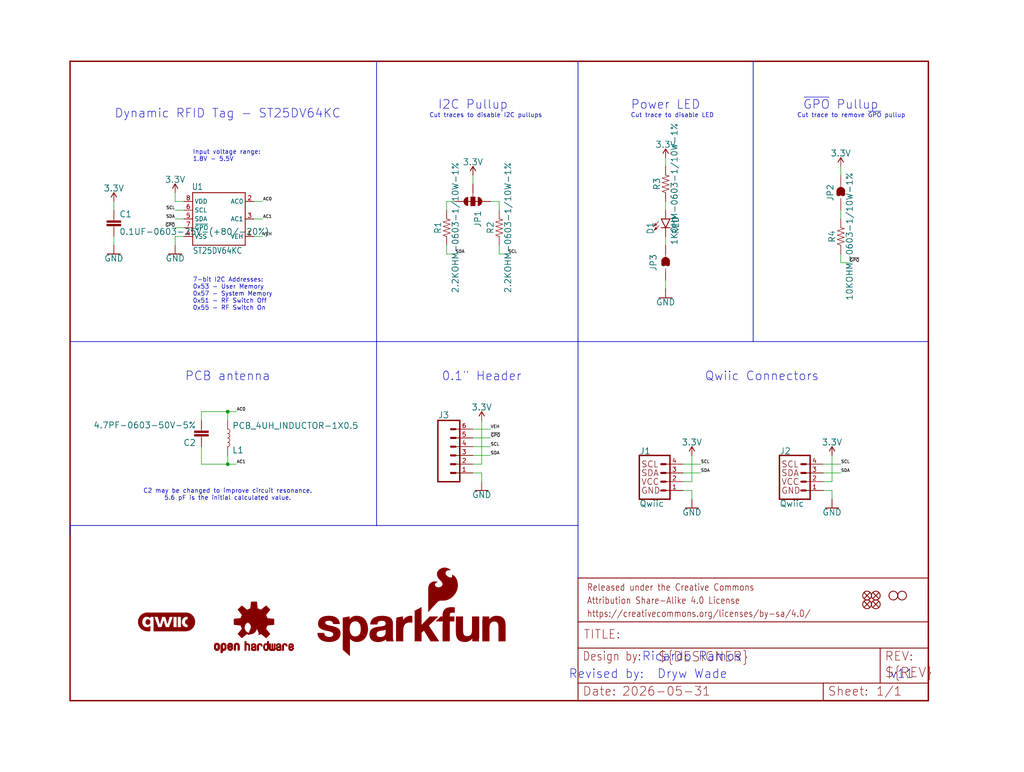
<source format=kicad_sch>
(kicad_sch (version 20230121) (generator eeschema)
  (paper "User" 297.002 223.926)
  (lib_symbols
    (symbol "Qwiic_RFID_Tag-eagle-import:0.1UF-0603-25V-(+80/-20%)"
      (property "Reference" "C" (at 1.524 2.921 0))
      (symbol "0.1UF-0603-25V-(+80/-20%)_1_0"
        (pin passive line (at 0 5.08 270) (length 2.54) (name "1") (number "1"))
        (pin passive line (at 0 -2.54 90) (length 2.54) (name "2") (number "2"))
      )
    )
    (symbol "Qwiic_RFID_Tag-eagle-import:10KOHM-0603-1/10W-1%"
      (property "Reference" "R" (at 0 1.524 0))
      (symbol "10KOHM-0603-1/10W-1%_1_0"
        (pin passive line (at -5.08 0 0) (length 2.54) (name "1") (number "1"))
        (pin passive line (at 5.08 0 180) (length 2.54) (name "2") (number "2"))
      )
    )
    (symbol "Qwiic_RFID_Tag-eagle-import:1KOHM-0603-1/10W-1%"
      (property "Reference" "R" (at 0 1.524 0))
      (symbol "1KOHM-0603-1/10W-1%_1_0"
        (pin passive line (at -5.08 0 0) (length 2.54) (name "1") (number "1"))
        (pin passive line (at 5.08 0 180) (length 2.54) (name "2") (number "2"))
      )
    )
    (symbol "Qwiic_RFID_Tag-eagle-import:2.2KOHM-0603-1/10W-1%"
      (property "Reference" "R" (at 0 1.524 0))
      (symbol "2.2KOHM-0603-1/10W-1%_1_0"
        (pin passive line (at -5.08 0 0) (length 2.54) (name "1") (number "1"))
        (pin passive line (at 5.08 0 180) (length 2.54) (name "2") (number "2"))
      )
    )
    (symbol "Qwiic_RFID_Tag-eagle-import:3.3V" (power)
      (property "Value" "3.3V" (at 0 2.794 0))
      (symbol "3.3V_1_0"
        (pin power_in line (at 0 0 90) (length 2.54) (name "3.3V") (number "1"))
      )
    )
    (symbol "Qwiic_RFID_Tag-eagle-import:4.7PF-0603-50V-5%"
      (property "Reference" "C" (at 1.524 2.921 0))
      (symbol "4.7PF-0603-50V-5%_1_0"
        (pin passive line (at 0 5.08 270) (length 2.54) (name "1") (number "1"))
        (pin passive line (at 0 -2.54 90) (length 2.54) (name "2") (number "2"))
      )
    )
    (symbol "Qwiic_RFID_Tag-eagle-import:CONN_06NO_SILK_FEMALE_PTH"
      (property "Reference" "J" (at -5.08 10.668 0))
      (symbol "CONN_06NO_SILK_FEMALE_PTH_1_0"
        (pin passive line (at 5.08 -5.08 180) (length 5.08) (name "1") (number "1"))
        (pin passive line (at 5.08 -2.54 180) (length 5.08) (name "2") (number "2"))
        (pin passive line (at 5.08 0 180) (length 5.08) (name "3") (number "3"))
        (pin passive line (at 5.08 2.54 180) (length 5.08) (name "4") (number "4"))
        (pin passive line (at 5.08 5.08 180) (length 5.08) (name "5") (number "5"))
        (pin passive line (at 5.08 7.62 180) (length 5.08) (name "6") (number "6"))
      )
    )
    (symbol "Qwiic_RFID_Tag-eagle-import:FIDUCIAL1X2")
    (symbol "Qwiic_RFID_Tag-eagle-import:FRAME-LETTER"
      (symbol "FRAME-LETTER_2_0"
        (text "${#}/${##}" (at 86.36 1.27 0) (effects (font (size 2.54 2.54)) (justify left bottom)))
        (text "${CURRENT_DATE}" (at 12.7 1.27 0) (effects (font (size 2.54 2.54)) (justify left bottom)))
        (text "${DESIGNER}" (at 23.114 11.176 0) (effects (font (size 2.7432 2.7432)) (justify left bottom)))
        (text "${PROJECTNAME}" (at 15.494 17.78 0) (effects (font (size 2.7432 2.7432)) (justify left bottom)))
        (text "${REV}" (at 88.9 6.604 0) (effects (font (size 2.7432 2.7432)) (justify left bottom)))
        (text "Attribution Share-Alike 4.0 License" (at 2.54 27.94 0) (effects (font (size 1.9304 1.6408)) (justify left bottom)))
        (text "Date:" (at 1.27 1.27 0) (effects (font (size 2.54 2.54)) (justify left bottom)))
        (text "Design by:" (at 1.27 11.43 0) (effects (font (size 2.54 2.159)) (justify left bottom)))
        (text "https://creativecommons.org/licenses/by-sa/4.0/" (at 2.54 24.13 0) (effects (font (size 1.9304 1.6408)) (justify left bottom)))
        (text "Released under the Creative Commons" (at 2.54 31.75 0) (effects (font (size 1.9304 1.6408)) (justify left bottom)))
        (text "REV:" (at 88.9 11.43 0) (effects (font (size 2.54 2.54)) (justify left bottom)))
        (text "Sheet:" (at 72.39 1.27 0) (effects (font (size 2.54 2.54)) (justify left bottom)))
        (text "TITLE:" (at 1.524 17.78 0) (effects (font (size 2.54 2.54)) (justify left bottom)))
      )
    )
    (symbol "Qwiic_RFID_Tag-eagle-import:GND" (power)
      (property "Value" "GND" (at 0 -0.254 0))
      (symbol "GND_1_0"
        (pin power_in line (at 0 2.54 270) (length 2.54) (name "GND") (number "1"))
      )
    )
    (symbol "Qwiic_RFID_Tag-eagle-import:JUMPER-SMT_2_NC_TRACE_SILK"
      (property "Reference" "JP" (at 0 3.048 0))
      (symbol "JUMPER-SMT_2_NC_TRACE_SILK_1_0"
        (pin passive line (at -5.08 0 0) (length 2.54) (name "1") (number "1"))
        (pin passive line (at 5.08 0 180) (length 2.54) (name "2") (number "2"))
      )
    )
    (symbol "Qwiic_RFID_Tag-eagle-import:JUMPER-SMT_3_2-NC_TRACE_SILK"
      (property "Reference" "JP" (at 6.096 1.524 0))
      (symbol "JUMPER-SMT_3_2-NC_TRACE_SILK_1_0"
        (pin passive line (at 0 5.08 270) (length 2.54) (name "1") (number "1"))
        (pin passive line (at -5.08 0 0) (length 2.54) (name "2") (number "2"))
        (pin passive line (at 0 -5.08 90) (length 2.54) (name "3") (number "3"))
      )
    )
    (symbol "Qwiic_RFID_Tag-eagle-import:LED-RED0603"
      (property "Reference" "D" (at -3.429 -4.572 90))
      (symbol "LED-RED0603_1_0"
        (pin passive line (at 0 2.54 270) (length 2.54) (name "A") (number "A"))
        (pin passive line (at 0 -5.08 90) (length 2.54) (name "C") (number "C"))
      )
    )
    (symbol "Qwiic_RFID_Tag-eagle-import:OSHW-LOGOS")
    (symbol "Qwiic_RFID_Tag-eagle-import:PCB_4UH_INDUCTOR-1X0.5"
      (property "Reference" "L" (at 1.27 2.54 0))
      (symbol "PCB_4UH_INDUCTOR-1X0.5_1_0"
        (pin passive line (at 0 5.08 270) (length 2.54) (name "1") (number "IN1"))
        (pin passive line (at 0 -5.08 90) (length 2.54) (name "2") (number "IN2"))
      )
    )
    (symbol "Qwiic_RFID_Tag-eagle-import:QWIIC_CONNECTORJS-1MM"
      (property "Reference" "J" (at -5.08 7.874 0))
      (symbol "QWIIC_CONNECTORJS-1MM_1_0"
        (text "GND" (at -4.572 -2.54 0) (effects (font (size 1.778 1.778)) (justify left)))
        (text "SCL" (at -4.572 5.08 0) (effects (font (size 1.778 1.778)) (justify left)))
        (text "SDA" (at -4.572 2.54 0) (effects (font (size 1.778 1.778)) (justify left)))
        (text "VCC" (at -4.572 0 0) (effects (font (size 1.778 1.778)) (justify left)))
        (pin power_in line (at 7.62 -2.54 180) (length 5.08) (name "1") (number "1"))
        (pin power_in line (at 7.62 0 180) (length 5.08) (name "2") (number "2"))
        (pin passive line (at 7.62 2.54 180) (length 5.08) (name "3") (number "3"))
        (pin passive line (at 7.62 5.08 180) (length 5.08) (name "4") (number "4"))
      )
    )
    (symbol "Qwiic_RFID_Tag-eagle-import:QWIIC_LOGO_7MM")
    (symbol "Qwiic_RFID_Tag-eagle-import:SFE_LOGO_NAME_FLAME.1_INCH")
    (symbol "Qwiic_RFID_Tag-eagle-import:ST25DV64KC"
      (property "Reference" "U" (at 0 16.51 0))
      (symbol "ST25DV64KC_1_0"
        (pin power_in line (at 17.78 2.54 180) (length 2.54) (name "VEH") (number "1"))
        (pin bidirectional line (at 17.78 12.7 180) (length 2.54) (name "AC0") (number "2"))
        (pin bidirectional line (at 17.78 7.62 180) (length 2.54) (name "AC1") (number "3"))
        (pin power_in line (at -2.54 2.54 0) (length 2.54) (name "VSS") (number "4"))
        (pin bidirectional line (at -2.54 7.62 0) (length 2.54) (name "SDA") (number "5"))
        (pin bidirectional line (at -2.54 10.16 0) (length 2.54) (name "SCL") (number "6"))
        (pin output line (at -2.54 5.08 0) (length 2.54) (name "~{GPO}") (number "7"))
        (pin power_in line (at -2.54 12.7 0) (length 2.54) (name "VDD") (number "8"))
      )
    )
    (symbol "Qwiic_RFID_Tag-eagle-import:STAND-OFF")
  )
  (junction (at 66.04 134.62))
  (junction (at 66.04 119.38))
  (wire (pts (xy 137.16 134.62) (xy 139.7 134.62)) (stroke (width 0.1524)))
  (wire (pts (xy 198.12 137.16) (xy 203.2 137.16)) (stroke (width 0.1524)))
  (polyline (pts (xy 218.44 99.06) (xy 269.24 99.06)) (stroke (width 0.2032) (type solid)))
  (wire (pts (xy 142.24 58.42) (xy 144.78 58.42)) (stroke (width 0.1524)))
  (wire (pts (xy 137.16 127) (xy 142.24 127)) (stroke (width 0.1524)))
  (wire (pts (xy 137.16 124.46) (xy 142.24 124.46)) (stroke (width 0.1524)))
  (wire (pts (xy 198.12 139.7) (xy 200.66 139.7)) (stroke (width 0.1524)))
  (wire (pts (xy 193.04 58.42) (xy 193.04 60.96)) (stroke (width 0.1524)))
  (wire (pts (xy 66.04 121.92) (xy 66.04 119.38)) (stroke (width 0.1524)))
  (wire (pts (xy 58.42 129.54) (xy 58.42 134.62)) (stroke (width 0.1524)))
  (wire (pts (xy 50.8 58.42) (xy 50.8 55.88)) (stroke (width 0.1524)))
  (polyline (pts (xy 109.22 99.06) (xy 218.44 99.06)) (stroke (width 0.2032) (type solid)))
  (wire (pts (xy 137.16 137.16) (xy 139.7 137.16)) (stroke (width 0.1524)))
  (wire (pts (xy 129.54 60.96) (xy 129.54 58.42)) (stroke (width 0.1524)))
  (wire (pts (xy 66.04 119.38) (xy 68.58 119.38)) (stroke (width 0.1524)))
  (polyline (pts (xy 167.64 152.4) (xy 167.64 167.64)) (stroke (width 0.2032) (type solid)))
  (polyline (pts (xy 20.32 99.06) (xy 109.22 99.06)) (stroke (width 0.2032) (type solid)))
  (wire (pts (xy 66.04 132.08) (xy 66.04 134.62)) (stroke (width 0.1524)))
  (wire (pts (xy 144.78 58.42) (xy 144.78 60.96)) (stroke (width 0.1524)))
  (wire (pts (xy 139.7 137.16) (xy 139.7 139.7)) (stroke (width 0.1524)))
  (wire (pts (xy 129.54 58.42) (xy 132.08 58.42)) (stroke (width 0.1524)))
  (wire (pts (xy 193.04 71.12) (xy 193.04 68.58)) (stroke (width 0.1524)))
  (wire (pts (xy 58.42 134.62) (xy 66.04 134.62)) (stroke (width 0.1524)))
  (wire (pts (xy 243.84 76.2) (xy 246.38 76.2)) (stroke (width 0.1524)))
  (wire (pts (xy 50.8 58.42) (xy 53.34 58.42)) (stroke (width 0.1524)))
  (polyline (pts (xy 20.32 152.4) (xy 109.22 152.4)) (stroke (width 0.2032) (type solid)))
  (wire (pts (xy 193.04 48.26) (xy 193.04 45.72)) (stroke (width 0.1524)))
  (wire (pts (xy 243.84 50.8) (xy 243.84 48.26)) (stroke (width 0.1524)))
  (wire (pts (xy 53.34 68.58) (xy 50.8 68.58)) (stroke (width 0.1524)))
  (wire (pts (xy 33.02 68.58) (xy 33.02 71.12)) (stroke (width 0.1524)))
  (wire (pts (xy 137.16 53.34) (xy 137.16 50.8)) (stroke (width 0.1524)))
  (wire (pts (xy 73.66 63.5) (xy 76.2 63.5)) (stroke (width 0.1524)))
  (wire (pts (xy 198.12 142.24) (xy 200.66 142.24)) (stroke (width 0.1524)))
  (wire (pts (xy 200.66 142.24) (xy 200.66 144.78)) (stroke (width 0.1524)))
  (wire (pts (xy 238.76 139.7) (xy 241.3 139.7)) (stroke (width 0.1524)))
  (wire (pts (xy 243.84 60.96) (xy 243.84 63.5)) (stroke (width 0.1524)))
  (wire (pts (xy 144.78 73.66) (xy 147.32 73.66)) (stroke (width 0.1524)))
  (wire (pts (xy 238.76 137.16) (xy 243.84 137.16)) (stroke (width 0.1524)))
  (wire (pts (xy 241.3 139.7) (xy 241.3 132.08)) (stroke (width 0.1524)))
  (wire (pts (xy 66.04 134.62) (xy 68.58 134.62)) (stroke (width 0.1524)))
  (wire (pts (xy 129.54 71.12) (xy 129.54 73.66)) (stroke (width 0.1524)))
  (wire (pts (xy 129.54 73.66) (xy 132.08 73.66)) (stroke (width 0.1524)))
  (wire (pts (xy 139.7 134.62) (xy 139.7 121.92)) (stroke (width 0.1524)))
  (wire (pts (xy 200.66 139.7) (xy 200.66 132.08)) (stroke (width 0.1524)))
  (wire (pts (xy 53.34 63.5) (xy 50.8 63.5)) (stroke (width 0.1524)))
  (wire (pts (xy 73.66 68.58) (xy 76.2 68.58)) (stroke (width 0.1524)))
  (wire (pts (xy 241.3 142.24) (xy 241.3 144.78)) (stroke (width 0.1524)))
  (polyline (pts (xy 218.44 99.06) (xy 218.44 17.78)) (stroke (width 0.2032) (type solid)))
  (wire (pts (xy 58.42 121.92) (xy 58.42 119.38)) (stroke (width 0.1524)))
  (wire (pts (xy 53.34 60.96) (xy 50.8 60.96)) (stroke (width 0.1524)))
  (polyline (pts (xy 109.22 99.06) (xy 109.22 152.4)) (stroke (width 0.2032) (type solid)))
  (polyline (pts (xy 167.64 17.78) (xy 167.64 152.4)) (stroke (width 0.2032) (type solid)))
  (wire (pts (xy 50.8 68.58) (xy 50.8 71.12)) (stroke (width 0.1524)))
  (wire (pts (xy 238.76 142.24) (xy 241.3 142.24)) (stroke (width 0.1524)))
  (wire (pts (xy 33.02 60.96) (xy 33.02 58.42)) (stroke (width 0.1524)))
  (wire (pts (xy 137.16 129.54) (xy 142.24 129.54)) (stroke (width 0.1524)))
  (wire (pts (xy 193.04 83.82) (xy 193.04 81.28)) (stroke (width 0.1524)))
  (wire (pts (xy 144.78 71.12) (xy 144.78 73.66)) (stroke (width 0.1524)))
  (polyline (pts (xy 109.22 99.06) (xy 109.22 17.78)) (stroke (width 0.2032) (type solid)))
  (wire (pts (xy 53.34 66.04) (xy 50.8 66.04)) (stroke (width 0.1524)))
  (wire (pts (xy 137.16 132.08) (xy 142.24 132.08)) (stroke (width 0.1524)))
  (polyline (pts (xy 109.22 152.4) (xy 167.64 152.4)) (stroke (width 0.2032) (type solid)))
  (wire (pts (xy 238.76 134.62) (xy 243.84 134.62)) (stroke (width 0.1524)))
  (wire (pts (xy 73.66 58.42) (xy 76.2 58.42)) (stroke (width 0.1524)))
  (wire (pts (xy 243.84 73.66) (xy 243.84 76.2)) (stroke (width 0.1524)))
  (wire (pts (xy 58.42 119.38) (xy 66.04 119.38)) (stroke (width 0.1524)))
  (polyline (pts (xy 20.32 154.94) (xy 20.32 152.4)) (stroke (width 0.2032) (type solid)))
  (wire (pts (xy 198.12 134.62) (xy 203.2 134.62)) (stroke (width 0.1524)))
  (text "v11" (at 261.62 195.58 0) (effects (font (size 2.54 2.54))))
  (text "I2C Pullup" (at 137.16 30.48 0) (effects (font (size 2.54 2.54))))
  (text "Cut traces to disable I2C pullups" (at 124.46 34.29 0) (effects (font (size 1.27 1.27)) (justify left bottom)))
  (text "Qwiic Connectors" (at 220.98 109.22 0) (effects (font (size 2.54 2.54))))
  (text "Ricardo Ramos" (at 200.66 190.5 0) (effects (font (size 2.54 2.54))))
  (text "7-bit I2C Addresses:\n0x53 - User Memory\n0x57 - System Memory\n0x51 - RF Switch Off\n0x55 - RF Switch On" (at 55.88 90.17 0) (effects (font (size 1.27 1.27)) (justify left bottom)))
  (text "Cut trace to remove ~{GPO} pullup" (at 231.14 34.29 0) (effects (font (size 1.27 1.27)) (justify left bottom)))
  (text "Input voltage range:\n1.8V - 5.5V" (at 55.88 46.99 0) (effects (font (size 1.27 1.27)) (justify left bottom)))
  (text "0.1\" Header" (at 139.7 109.22 0) (effects (font (size 2.54 2.54))))
  (text "Revised by:  Dryw Wade" (at 187.96 195.58 0) (effects (font (size 2.54 2.54))))
  (text "Power LED" (at 193.04 30.48 0) (effects (font (size 2.54 2.54))))
  (text "Dynamic RFID Tag - ST25DV64KC" (at 66.04 33.02 0) (effects (font (size 2.54 2.54))))
  (text "~{GPO} Pullup" (at 243.84 30.48 0) (effects (font (size 2.54 2.54))))
  (text "PCB antenna" (at 66.04 109.22 0) (effects (font (size 2.54 2.54))))
  (text "Cut trace to disable LED" (at 182.88 34.29 0) (effects (font (size 1.27 1.27)) (justify left bottom)))
  (text "C2 may be changed to improve circuit resonance.\n5.6 pF is the initial calculated value." (at 66.04 143.51 0) (effects (font (size 1.27 1.27))))
  (label "SCL" (at 142.24 129.54 0) (effects (font (size 0.889 0.889))))
  (label "~{GPO}" (at 50.8 66.04 180) (effects (font (size 0.889 0.889))))
  (label "AC1" (at 76.2 63.5 0) (effects (font (size 0.889 0.889))))
  (label "SCL" (at 50.8 60.96 180) (effects (font (size 0.889 0.889))))
  (label "SDA" (at 243.84 137.16 0) (effects (font (size 0.889 0.889))))
  (label "~{GPO}" (at 142.24 127 0) (effects (font (size 0.889 0.889))))
  (label "AC0" (at 76.2 58.42 0) (effects (font (size 0.889 0.889))))
  (label "SCL" (at 203.2 134.62 0) (effects (font (size 0.889 0.889))))
  (label "VEH" (at 76.2 68.58 0) (effects (font (size 0.889 0.889))))
  (label "~{GPO}" (at 246.38 76.2 0) (effects (font (size 0.889 0.889))))
  (label "SDA" (at 50.8 63.5 180) (effects (font (size 0.889 0.889))))
  (label "SDA" (at 203.2 137.16 0) (effects (font (size 0.889 0.889))))
  (label "VEH" (at 142.24 124.46 0) (effects (font (size 0.889 0.889))))
  (label "SDA" (at 142.24 132.08 0) (effects (font (size 0.889 0.889))))
  (label "SCL" (at 147.32 73.66 0) (effects (font (size 0.889 0.889))))
  (label "SDA" (at 132.08 73.66 0) (effects (font (size 0.889 0.889))))
  (label "AC0" (at 68.58 119.38 0) (effects (font (size 0.889 0.889))))
  (label "AC1" (at 68.58 134.62 0) (effects (font (size 0.889 0.889))))
  (label "SCL" (at 243.84 134.62 0) (effects (font (size 0.889 0.889))))
  (symbol (lib_id "Qwiic_RFID_Tag-eagle-import:2.2KOHM-0603-1/10W-1%") (at 144.78 66.04 90) (unit 1)
    (property "Reference" "R2" (at 143.256 66.04 0) (effects (font (size 1.778 1.778)) (justify bottom)))
    (property "Value" "2.2KOHM-0603-1/10W-1%" (at 146.304 66.04 0) (effects (font (size 1.778 1.778)) (justify top)))
    (property "Footprint" "Qwiic_RFID_Tag:0603" (effects hide))
  )
  (symbol (lib_id "Qwiic_RFID_Tag-eagle-import:STAND-OFF") (at 261.62 172.72 0) (unit 1)
    (property "Reference" "H4" (effects hide))
    (property "Value" "STAND-OFF" (effects hide))
    (property "Footprint" "Qwiic_RFID_Tag:STAND-OFF" (effects hide))
  )
  (symbol (lib_id "Qwiic_RFID_Tag-eagle-import:3.3V") (at 33.02 58.42 0) (unit 1)
    (property "Reference" "#SUPPLY1" (effects hide))
    (property "Value" "3.3V" (at 33.02 55.626 0) (effects (font (size 1.778 1.778)) (justify bottom)))
  )
  (symbol (lib_id "Qwiic_RFID_Tag-eagle-import:1KOHM-0603-1/10W-1%") (at 193.04 53.34 90) (unit 1)
    (property "Reference" "R3" (at 191.516 53.34 0) (effects (font (size 1.778 1.778)) (justify bottom)))
    (property "Value" "1KOHM-0603-1/10W-1%" (at 194.564 53.34 0) (effects (font (size 1.778 1.778)) (justify top)))
    (property "Footprint" "Qwiic_RFID_Tag:0603" (effects hide))
  )
  (symbol (lib_id "Qwiic_RFID_Tag-eagle-import:ST25DV64KC") (at 55.88 71.12 0) (unit 1)
    (property "Reference" "U1" (at 55.626 55.118 0) (effects (font (size 1.778 1.5113)) (justify left bottom)))
    (property "Value" "ST25DV64KC" (at 55.88 73.66 0) (effects (font (size 1.778 1.5113)) (justify left bottom)))
    (property "Footprint" "Qwiic_RFID_Tag:SO08" (effects hide))
  )
  (symbol (lib_id "Qwiic_RFID_Tag-eagle-import:3.3V") (at 193.04 45.72 0) (unit 1)
    (property "Reference" "#SUPPLY7" (effects hide))
    (property "Value" "3.3V" (at 193.04 42.926 0) (effects (font (size 1.778 1.778)) (justify bottom)))
  )
  (symbol (lib_id "Qwiic_RFID_Tag-eagle-import:3.3V") (at 200.66 132.08 0) (unit 1)
    (property "Reference" "#SUPPLY4" (effects hide))
    (property "Value" "3.3V" (at 200.66 129.286 0) (effects (font (size 1.778 1.778)) (justify bottom)))
  )
  (symbol (lib_id "Qwiic_RFID_Tag-eagle-import:3.3V") (at 139.7 121.92 0) (unit 1)
    (property "Reference" "#SUPPLY8" (effects hide))
    (property "Value" "3.3V" (at 139.7 119.126 0) (effects (font (size 1.778 1.778)) (justify bottom)))
  )
  (symbol (lib_id "Qwiic_RFID_Tag-eagle-import:GND") (at 241.3 147.32 0) (unit 1)
    (property "Reference" "#GND3" (effects hide))
    (property "Value" "GND" (at 241.3 147.574 0) (effects (font (size 1.778 1.778)) (justify top)))
  )
  (symbol (lib_id "Qwiic_RFID_Tag-eagle-import:FRAME-LETTER") (at 20.32 203.2 0) (unit 1)
    (property "Reference" "FRAME2" (effects hide))
    (property "Value" "FRAME-LETTER" (effects hide))
    (property "Footprint" "Qwiic_RFID_Tag:CREATIVE_COMMONS" (effects hide))
  )
  (symbol (lib_id "Qwiic_RFID_Tag-eagle-import:JUMPER-SMT_2_NC_TRACE_SILK") (at 243.84 55.88 90) (unit 1)
    (property "Reference" "JP2" (at 240.792 55.88 0) (effects (font (size 1.778 1.778))))
    (property "Value" "JUMPER-SMT_2_NC_TRACE_SILK" (effects hide))
    (property "Footprint" "Qwiic_RFID_Tag:SMT-JUMPER_2_NC_TRACE_SILK" (effects hide))
  )
  (symbol (lib_id "Qwiic_RFID_Tag-eagle-import:GND") (at 33.02 73.66 0) (unit 1)
    (property "Reference" "#GND1" (effects hide))
    (property "Value" "GND" (at 33.02 73.914 0) (effects (font (size 1.778 1.778)) (justify top)))
  )
  (symbol (lib_id "Qwiic_RFID_Tag-eagle-import:GND") (at 200.66 147.32 0) (unit 1)
    (property "Reference" "#GND2" (effects hide))
    (property "Value" "GND" (at 200.66 147.574 0) (effects (font (size 1.778 1.778)) (justify top)))
  )
  (symbol (lib_id "Qwiic_RFID_Tag-eagle-import:JUMPER-SMT_3_2-NC_TRACE_SILK") (at 137.16 58.42 270) (unit 1)
    (property "Reference" "JP1" (at 137.541 60.96 0) (effects (font (size 1.778 1.778)) (justify left bottom)))
    (property "Value" "JUMPER-SMT_3_2-NC_TRACE_SILK" (effects hide))
    (property "Footprint" "Qwiic_RFID_Tag:SMT-JUMPER_3_2-NC_TRACE_SILK" (effects hide))
  )
  (symbol (lib_id "Qwiic_RFID_Tag-eagle-import:PCB_4UH_INDUCTOR-1X0.5") (at 66.04 127 0) (mirror x) (unit 1)
    (property "Reference" "L1" (at 67.31 129.54 0) (effects (font (size 1.778 1.778)) (justify left bottom)))
    (property "Value" "PCB_4UH_INDUCTOR-1X0.5" (at 67.31 124.46 0) (effects (font (size 1.778 1.778)) (justify left top)))
    (property "Footprint" "Qwiic_RFID_Tag:PCB_4UH_INDUCTOR_1X0.5" (effects hide))
  )
  (symbol (lib_id "Qwiic_RFID_Tag-eagle-import:QWIIC_CONNECTORJS-1MM") (at 231.14 139.7 0) (unit 1)
    (property "Reference" "J2" (at 226.06 131.826 0) (effects (font (size 1.778 1.778)) (justify left bottom)))
    (property "Value" "Qwiic" (at 226.06 145.034 0) (effects (font (size 1.778 1.778)) (justify left top)))
    (property "Footprint" "Qwiic_RFID_Tag:JST04_1MM_RA" (effects hide))
  )
  (symbol (lib_id "Qwiic_RFID_Tag-eagle-import:2.2KOHM-0603-1/10W-1%") (at 129.54 66.04 90) (unit 1)
    (property "Reference" "R1" (at 128.016 66.04 0) (effects (font (size 1.778 1.778)) (justify bottom)))
    (property "Value" "2.2KOHM-0603-1/10W-1%" (at 131.064 66.04 0) (effects (font (size 1.778 1.778)) (justify top)))
    (property "Footprint" "Qwiic_RFID_Tag:0603" (effects hide))
  )
  (symbol (lib_id "Qwiic_RFID_Tag-eagle-import:JUMPER-SMT_2_NC_TRACE_SILK") (at 193.04 76.2 90) (unit 1)
    (property "Reference" "JP3" (at 190.5 78.74 0) (effects (font (size 1.778 1.778)) (justify left bottom)))
    (property "Value" "JUMPER-SMT_2_NC_TRACE_SILK" (effects hide))
    (property "Footprint" "Qwiic_RFID_Tag:SMT-JUMPER_2_NC_TRACE_SILK" (effects hide))
  )
  (symbol (lib_id "Qwiic_RFID_Tag-eagle-import:4.7PF-0603-50V-5%") (at 58.42 124.46 180) (unit 1)
    (property "Reference" "C2" (at 56.896 127.381 0) (effects (font (size 1.778 1.778)) (justify left bottom)))
    (property "Value" "4.7PF-0603-50V-5%" (at 56.896 122.301 0) (effects (font (size 1.778 1.778)) (justify left bottom)))
    (property "Footprint" "Qwiic_RFID_Tag:0603" (effects hide))
  )
  (symbol (lib_id "Qwiic_RFID_Tag-eagle-import:GND") (at 139.7 142.24 0) (unit 1)
    (property "Reference" "#GND6" (effects hide))
    (property "Value" "GND" (at 139.7 142.494 0) (effects (font (size 1.778 1.778)) (justify top)))
  )
  (symbol (lib_id "Qwiic_RFID_Tag-eagle-import:3.3V") (at 137.16 50.8 0) (unit 1)
    (property "Reference" "#SUPPLY2" (effects hide))
    (property "Value" "3.3V" (at 137.16 48.006 0) (effects (font (size 1.778 1.778)) (justify bottom)))
  )
  (symbol (lib_id "Qwiic_RFID_Tag-eagle-import:GND") (at 193.04 86.36 0) (unit 1)
    (property "Reference" "#GND5" (effects hide))
    (property "Value" "GND" (at 193.04 86.614 0) (effects (font (size 1.778 1.778)) (justify top)))
  )
  (symbol (lib_id "Qwiic_RFID_Tag-eagle-import:FRAME-LETTER") (at 167.64 203.2 0) (unit 2)
    (property "Reference" "FRAME2" (effects hide))
    (property "Value" "FRAME-LETTER" (effects hide))
    (property "Footprint" "Qwiic_RFID_Tag:CREATIVE_COMMONS" (effects hide))
  )
  (symbol (lib_id "Qwiic_RFID_Tag-eagle-import:SFE_LOGO_NAME_FLAME.1_INCH") (at 91.44 190.5 0) (unit 1)
    (property "Reference" "LOGO2" (effects hide))
    (property "Value" "SFE_LOGO_NAME_FLAME.1_INCH" (effects hide))
    (property "Footprint" "Qwiic_RFID_Tag:SFE_LOGO_NAME_FLAME_.1" (effects hide))
  )
  (symbol (lib_id "Qwiic_RFID_Tag-eagle-import:QWIIC_CONNECTORJS-1MM") (at 190.5 139.7 0) (unit 1)
    (property "Reference" "J1" (at 185.42 131.826 0) (effects (font (size 1.778 1.778)) (justify left bottom)))
    (property "Value" "Qwiic" (at 185.42 145.034 0) (effects (font (size 1.778 1.778)) (justify left top)))
    (property "Footprint" "Qwiic_RFID_Tag:JST04_1MM_RA" (effects hide))
  )
  (symbol (lib_id "Qwiic_RFID_Tag-eagle-import:10KOHM-0603-1/10W-1%") (at 243.84 68.58 90) (unit 1)
    (property "Reference" "R4" (at 242.316 68.58 0) (effects (font (size 1.778 1.778)) (justify bottom)))
    (property "Value" "10KOHM-0603-1/10W-1%" (at 245.364 68.58 0) (effects (font (size 1.778 1.778)) (justify top)))
    (property "Footprint" "Qwiic_RFID_Tag:0603" (effects hide))
  )
  (symbol (lib_id "Qwiic_RFID_Tag-eagle-import:FIDUCIAL1X2") (at 254 175.26 0) (unit 1)
    (property "Reference" "FD2" (effects hide))
    (property "Value" "FIDUCIAL1X2" (effects hide))
    (property "Footprint" "Qwiic_RFID_Tag:FIDUCIAL-1X2" (effects hide))
  )
  (symbol (lib_id "Qwiic_RFID_Tag-eagle-import:LED-RED0603") (at 193.04 63.5 0) (unit 1)
    (property "Reference" "D1" (at 189.611 68.072 90) (effects (font (size 1.778 1.778)) (justify left bottom)))
    (property "Value" "RED" (at 194.945 68.072 90) (effects (font (size 1.778 1.778)) (justify left top)))
    (property "Footprint" "Qwiic_RFID_Tag:LED-0603" (effects hide))
  )
  (symbol (lib_id "Qwiic_RFID_Tag-eagle-import:STAND-OFF") (at 259.08 172.72 0) (unit 1)
    (property "Reference" "H3" (effects hide))
    (property "Value" "STAND-OFF" (effects hide))
    (property "Footprint" "Qwiic_RFID_Tag:STAND-OFF" (effects hide))
  )
  (symbol (lib_id "Qwiic_RFID_Tag-eagle-import:3.3V") (at 241.3 132.08 0) (unit 1)
    (property "Reference" "#SUPPLY5" (effects hide))
    (property "Value" "3.3V" (at 241.3 129.286 0) (effects (font (size 1.778 1.778)) (justify bottom)))
  )
  (symbol (lib_id "Qwiic_RFID_Tag-eagle-import:FIDUCIAL1X2") (at 254 172.72 0) (unit 1)
    (property "Reference" "FD4" (effects hide))
    (property "Value" "FIDUCIAL1X2" (effects hide))
    (property "Footprint" "Qwiic_RFID_Tag:FIDUCIAL-1X2" (effects hide))
  )
  (symbol (lib_id "Qwiic_RFID_Tag-eagle-import:3.3V") (at 243.84 48.26 0) (unit 1)
    (property "Reference" "#SUPPLY6" (effects hide))
    (property "Value" "3.3V" (at 243.84 45.466 0) (effects (font (size 1.778 1.778)) (justify bottom)))
  )
  (symbol (lib_id "Qwiic_RFID_Tag-eagle-import:OSHW-LOGOS") (at 73.66 180.34 0) (unit 1)
    (property "Reference" "LOGO1" (effects hide))
    (property "Value" "OSHW-LOGOS" (effects hide))
    (property "Footprint" "Qwiic_RFID_Tag:OSHW-LOGO-S" (effects hide))
  )
  (symbol (lib_id "Qwiic_RFID_Tag-eagle-import:3.3V") (at 50.8 55.88 0) (unit 1)
    (property "Reference" "#SUPPLY3" (effects hide))
    (property "Value" "3.3V" (at 50.8 53.086 0) (effects (font (size 1.778 1.778)) (justify bottom)))
  )
  (symbol (lib_id "Qwiic_RFID_Tag-eagle-import:QWIIC_LOGO_7MM") (at 48.26 180.34 0) (unit 1)
    (property "Reference" "LOGO3" (effects hide))
    (property "Value" "QWIIC_LOGO_7MM" (effects hide))
    (property "Footprint" "Qwiic_RFID_Tag:QWIIC_7MM" (effects hide))
  )
  (symbol (lib_id "Qwiic_RFID_Tag-eagle-import:0.1UF-0603-25V-(+80/-20%)") (at 33.02 66.04 0) (unit 1)
    (property "Reference" "C1" (at 34.544 63.119 0) (effects (font (size 1.778 1.778)) (justify left bottom)))
    (property "Value" "0.1UF-0603-25V-(+80/-20%)" (at 34.544 68.199 0) (effects (font (size 1.778 1.778)) (justify left bottom)))
    (property "Footprint" "Qwiic_RFID_Tag:0603" (effects hide))
  )
  (symbol (lib_id "Qwiic_RFID_Tag-eagle-import:CONN_06NO_SILK_FEMALE_PTH") (at 132.08 132.08 0) (unit 1)
    (property "Reference" "J3" (at 127 121.412 0) (effects (font (size 1.778 1.778)) (justify left bottom)))
    (property "Value" "CONN_06NO_SILK_FEMALE_PTH" (effects hide))
    (property "Footprint" "Qwiic_RFID_Tag:1X06_NO_SILK" (effects hide))
  )
  (symbol (lib_id "Qwiic_RFID_Tag-eagle-import:FIDUCIAL1X2") (at 251.46 175.26 0) (unit 1)
    (property "Reference" "FD1" (effects hide))
    (property "Value" "FIDUCIAL1X2" (effects hide))
    (property "Footprint" "Qwiic_RFID_Tag:FIDUCIAL-1X2" (effects hide))
  )
  (symbol (lib_id "Qwiic_RFID_Tag-eagle-import:GND") (at 50.8 73.66 0) (unit 1)
    (property "Reference" "#GND4" (effects hide))
    (property "Value" "GND" (at 50.8 73.914 0) (effects (font (size 1.778 1.778)) (justify top)))
  )
  (symbol (lib_id "Qwiic_RFID_Tag-eagle-import:FIDUCIAL1X2") (at 251.46 172.72 0) (unit 1)
    (property "Reference" "FD3" (effects hide))
    (property "Value" "FIDUCIAL1X2" (effects hide))
    (property "Footprint" "Qwiic_RFID_Tag:FIDUCIAL-1X2" (effects hide))
  )
)
</source>
